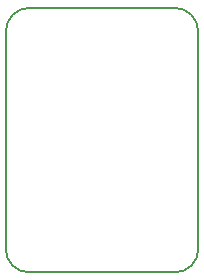
<source format=gbr>
%TF.GenerationSoftware,KiCad,Pcbnew,5.1.7-a382d34a8~87~ubuntu20.04.1*%
%TF.CreationDate,2020-11-06T18:29:06+02:00*%
%TF.ProjectId,BRK-MSOP-8-3x3-P0.65,42524b2d-4d53-44f5-902d-382d3378332d,v1.0*%
%TF.SameCoordinates,Original*%
%TF.FileFunction,Profile,NP*%
%FSLAX46Y46*%
G04 Gerber Fmt 4.6, Leading zero omitted, Abs format (unit mm)*
G04 Created by KiCad (PCBNEW 5.1.7-a382d34a8~87~ubuntu20.04.1) date 2020-11-06 18:29:06*
%MOMM*%
%LPD*%
G01*
G04 APERTURE LIST*
%TA.AperFunction,Profile*%
%ADD10C,0.150000*%
%TD*%
G04 APERTURE END LIST*
D10*
X108150000Y-86620000D02*
G75*
G03*
X106150000Y-84620000I-2000000J0D01*
G01*
X93850000Y-84620000D02*
G75*
G03*
X91850000Y-86620000I0J-2000000D01*
G01*
X91850000Y-105030000D02*
G75*
G03*
X93850000Y-107030000I2000000J0D01*
G01*
X106150000Y-107030000D02*
G75*
G03*
X108150000Y-105030000I0J2000000D01*
G01*
X93850000Y-107030000D02*
X106150000Y-107030000D01*
X93850000Y-84620000D02*
X106150000Y-84620000D01*
X108150000Y-105030000D02*
X108150000Y-86620000D01*
X91850000Y-86620000D02*
X91850000Y-105030000D01*
M02*

</source>
